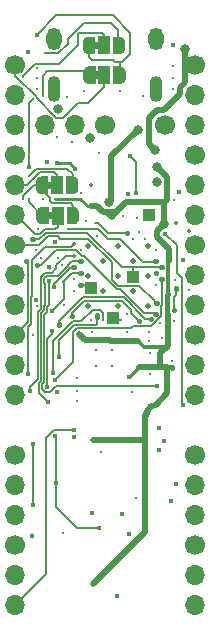
<source format=gbr>
%TF.GenerationSoftware,KiCad,Pcbnew,(5.1.6-0-10_14)*%
%TF.CreationDate,2022-02-18T21:20:26-06:00*%
%TF.ProjectId,Bonsai_C4,426f6e73-6169-45f4-9334-2e6b69636164,rev?*%
%TF.SameCoordinates,Original*%
%TF.FileFunction,Copper,L4,Bot*%
%TF.FilePolarity,Positive*%
%FSLAX46Y46*%
G04 Gerber Fmt 4.6, Leading zero omitted, Abs format (unit mm)*
G04 Created by KiCad (PCBNEW (5.1.6-0-10_14)) date 2022-02-18 21:20:26*
%MOMM*%
%LPD*%
G01*
G04 APERTURE LIST*
%TA.AperFunction,EtchedComponent*%
%ADD10C,0.100000*%
%TD*%
%TA.AperFunction,ComponentPad*%
%ADD11C,1.700000*%
%TD*%
%TA.AperFunction,ComponentPad*%
%ADD12O,1.700000X1.700000*%
%TD*%
%TA.AperFunction,SMDPad,CuDef*%
%ADD13C,0.100000*%
%TD*%
%TA.AperFunction,SMDPad,CuDef*%
%ADD14R,1.000000X1.500000*%
%TD*%
%TA.AperFunction,SMDPad,CuDef*%
%ADD15R,1.000000X1.000000*%
%TD*%
%TA.AperFunction,ComponentPad*%
%ADD16O,1.100000X2.200000*%
%TD*%
%TA.AperFunction,ComponentPad*%
%ADD17O,1.300000X1.900000*%
%TD*%
%TA.AperFunction,ViaPad*%
%ADD18C,0.500000*%
%TD*%
%TA.AperFunction,ViaPad*%
%ADD19C,0.250000*%
%TD*%
%TA.AperFunction,ViaPad*%
%ADD20C,0.800000*%
%TD*%
%TA.AperFunction,ViaPad*%
%ADD21C,0.450000*%
%TD*%
%TA.AperFunction,ViaPad*%
%ADD22C,0.350000*%
%TD*%
%TA.AperFunction,Conductor*%
%ADD23C,0.500000*%
%TD*%
%TA.AperFunction,Conductor*%
%ADD24C,0.250000*%
%TD*%
%TA.AperFunction,Conductor*%
%ADD25C,0.380000*%
%TD*%
%TA.AperFunction,Conductor*%
%ADD26C,0.450000*%
%TD*%
%TA.AperFunction,Conductor*%
%ADD27C,0.190000*%
%TD*%
%TA.AperFunction,Conductor*%
%ADD28C,0.127000*%
%TD*%
%TA.AperFunction,Conductor*%
%ADD29C,0.350000*%
%TD*%
G04 APERTURE END LIST*
D10*
%TO.C,JP4*%
G36*
X102710000Y-113050000D02*
G01*
X103210000Y-113050000D01*
X103210000Y-112450000D01*
X102710000Y-112450000D01*
X102710000Y-113050000D01*
G37*
%TO.C,JP3*%
G36*
X102670000Y-110480000D02*
G01*
X103170000Y-110480000D01*
X103170000Y-109880000D01*
X102670000Y-109880000D01*
X102670000Y-110480000D01*
G37*
%TO.C,JP1*%
G36*
X106629000Y-98643000D02*
G01*
X107129000Y-98643000D01*
X107129000Y-98043000D01*
X106629000Y-98043000D01*
X106629000Y-98643000D01*
G37*
%TO.C,JP2*%
G36*
X106673000Y-101153000D02*
G01*
X107173000Y-101153000D01*
X107173000Y-100553000D01*
X106673000Y-100553000D01*
X106673000Y-101153000D01*
G37*
%TD*%
D11*
%TO.P,J4,1*%
%TO.N,/PD3*%
X100000000Y-100000000D03*
D12*
%TO.P,J4,2*%
%TO.N,/PD2*%
X100000000Y-102540000D03*
%TO.P,J4,3*%
%TO.N,GND*%
X100000000Y-105080000D03*
%TO.P,J4,6*%
%TO.N,/PD0*%
X100000000Y-112700000D03*
%TO.P,J4,5*%
%TO.N,/PD1*%
X100000000Y-110160000D03*
D11*
%TO.P,J4,4*%
%TO.N,GND*%
X100000000Y-107620000D03*
%TO.P,J4,10*%
%TO.N,/B10*%
X100000000Y-122860000D03*
D12*
%TO.P,J4,8*%
%TO.N,/B8*%
X100000000Y-117780000D03*
D11*
%TO.P,J4,7*%
%TO.N,/A4*%
X100000000Y-115240000D03*
D12*
%TO.P,J4,11*%
%TO.N,/A8*%
X100000000Y-125400000D03*
%TO.P,J4,12*%
%TO.N,/B0*%
X100000000Y-127940000D03*
%TO.P,J4,9*%
%TO.N,/A3*%
X100000000Y-120320000D03*
%TD*%
D11*
%TO.P,J5,1*%
%TO.N,+5V*%
X115240000Y-100000000D03*
D12*
%TO.P,J5,2*%
%TO.N,GND*%
X115240000Y-102540000D03*
%TO.P,J5,3*%
%TO.N,/DFU*%
X115240000Y-105080000D03*
%TO.P,J5,6*%
%TO.N,/A6*%
X115240000Y-112700000D03*
%TO.P,J5,5*%
%TO.N,/A7*%
X115240000Y-110160000D03*
D11*
%TO.P,J5,4*%
%TO.N,+3V3*%
X115240000Y-107620000D03*
%TO.P,J5,10*%
%TO.N,/B14*%
X115240000Y-122860000D03*
D12*
%TO.P,J5,8*%
%TO.N,/A1*%
X115240000Y-117780000D03*
D11*
%TO.P,J5,7*%
%TO.N,/A5*%
X115240000Y-115240000D03*
D12*
%TO.P,J5,11*%
%TO.N,/B15*%
X115240000Y-125400000D03*
%TO.P,J5,12*%
%TO.N,/B1*%
X115240000Y-127940000D03*
%TO.P,J5,9*%
%TO.N,/B13*%
X115240000Y-120320000D03*
%TD*%
%TO.P,J1,3*%
%TO.N,/D+*%
X102540000Y-105080000D03*
%TO.P,J1,2*%
%TO.N,/D-*%
X105080000Y-105080000D03*
D11*
%TO.P,J1,1*%
%TO.N,VBUS*%
X107620000Y-105080000D03*
%TD*%
%TO.P,J2,1*%
%TO.N,/A10_5V*%
X112680000Y-105120000D03*
%TD*%
%TO.P,J7,1*%
%TO.N,/A0_FRAM_CS*%
X100000000Y-133020000D03*
D12*
%TO.P,J7,2*%
%TO.N,/B3_SCK*%
X100000000Y-135560000D03*
%TO.P,J7,3*%
%TO.N,/B4_MISO*%
X100000000Y-138100000D03*
%TO.P,J7,6*%
%TO.N,/C13*%
X100000000Y-145720000D03*
%TO.P,J7,5*%
%TO.N,/B12_FLASH_CS*%
X100000000Y-143180000D03*
D11*
%TO.P,J7,4*%
%TO.N,/B5_MOSI*%
X100000000Y-140640000D03*
%TD*%
%TO.P,J6,1*%
%TO.N,/C14*%
X115240000Y-133020000D03*
D12*
%TO.P,J6,2*%
%TO.N,/C15*%
X115240000Y-135560000D03*
%TO.P,J6,3*%
%TO.N,/A2*%
X115240000Y-138100000D03*
%TO.P,J6,6*%
%TO.N,/NRST*%
X115240000Y-145720000D03*
%TO.P,J6,5*%
%TO.N,/A13*%
X115240000Y-143180000D03*
D11*
%TO.P,J6,4*%
%TO.N,/A14*%
X115240000Y-140640000D03*
%TD*%
%TA.AperFunction,SMDPad,CuDef*%
D13*
%TO.P,JP4,1*%
%TO.N,/B6*%
G36*
X102860000Y-113500000D02*
G01*
X102310000Y-113500000D01*
X102310000Y-113499398D01*
X102285466Y-113499398D01*
X102236635Y-113494588D01*
X102188510Y-113485016D01*
X102141555Y-113470772D01*
X102096222Y-113451995D01*
X102052949Y-113428864D01*
X102012150Y-113401604D01*
X101974221Y-113370476D01*
X101939524Y-113335779D01*
X101908396Y-113297850D01*
X101881136Y-113257051D01*
X101858005Y-113213778D01*
X101839228Y-113168445D01*
X101824984Y-113121490D01*
X101815412Y-113073365D01*
X101810602Y-113024534D01*
X101810602Y-113000000D01*
X101810000Y-113000000D01*
X101810000Y-112500000D01*
X101810602Y-112500000D01*
X101810602Y-112475466D01*
X101815412Y-112426635D01*
X101824984Y-112378510D01*
X101839228Y-112331555D01*
X101858005Y-112286222D01*
X101881136Y-112242949D01*
X101908396Y-112202150D01*
X101939524Y-112164221D01*
X101974221Y-112129524D01*
X102012150Y-112098396D01*
X102052949Y-112071136D01*
X102096222Y-112048005D01*
X102141555Y-112029228D01*
X102188510Y-112014984D01*
X102236635Y-112005412D01*
X102285466Y-112000602D01*
X102310000Y-112000602D01*
X102310000Y-112000000D01*
X102860000Y-112000000D01*
X102860000Y-113500000D01*
G37*
%TD.AperFunction*%
D14*
%TO.P,JP4,2*%
%TO.N,/PD0*%
X103610000Y-112750000D03*
%TA.AperFunction,SMDPad,CuDef*%
D13*
%TO.P,JP4,3*%
%TO.N,/B9*%
G36*
X104910000Y-112000602D02*
G01*
X104934534Y-112000602D01*
X104983365Y-112005412D01*
X105031490Y-112014984D01*
X105078445Y-112029228D01*
X105123778Y-112048005D01*
X105167051Y-112071136D01*
X105207850Y-112098396D01*
X105245779Y-112129524D01*
X105280476Y-112164221D01*
X105311604Y-112202150D01*
X105338864Y-112242949D01*
X105361995Y-112286222D01*
X105380772Y-112331555D01*
X105395016Y-112378510D01*
X105404588Y-112426635D01*
X105409398Y-112475466D01*
X105409398Y-112500000D01*
X105410000Y-112500000D01*
X105410000Y-113000000D01*
X105409398Y-113000000D01*
X105409398Y-113024534D01*
X105404588Y-113073365D01*
X105395016Y-113121490D01*
X105380772Y-113168445D01*
X105361995Y-113213778D01*
X105338864Y-113257051D01*
X105311604Y-113297850D01*
X105280476Y-113335779D01*
X105245779Y-113370476D01*
X105207850Y-113401604D01*
X105167051Y-113428864D01*
X105123778Y-113451995D01*
X105078445Y-113470772D01*
X105031490Y-113485016D01*
X104983365Y-113494588D01*
X104934534Y-113499398D01*
X104910000Y-113499398D01*
X104910000Y-113500000D01*
X104360000Y-113500000D01*
X104360000Y-112000000D01*
X104910000Y-112000000D01*
X104910000Y-112000602D01*
G37*
%TD.AperFunction*%
%TD*%
%TA.AperFunction,SMDPad,CuDef*%
%TO.P,JP3,1*%
%TO.N,/B9*%
G36*
X102820000Y-110930000D02*
G01*
X102270000Y-110930000D01*
X102270000Y-110929398D01*
X102245466Y-110929398D01*
X102196635Y-110924588D01*
X102148510Y-110915016D01*
X102101555Y-110900772D01*
X102056222Y-110881995D01*
X102012949Y-110858864D01*
X101972150Y-110831604D01*
X101934221Y-110800476D01*
X101899524Y-110765779D01*
X101868396Y-110727850D01*
X101841136Y-110687051D01*
X101818005Y-110643778D01*
X101799228Y-110598445D01*
X101784984Y-110551490D01*
X101775412Y-110503365D01*
X101770602Y-110454534D01*
X101770602Y-110430000D01*
X101770000Y-110430000D01*
X101770000Y-109930000D01*
X101770602Y-109930000D01*
X101770602Y-109905466D01*
X101775412Y-109856635D01*
X101784984Y-109808510D01*
X101799228Y-109761555D01*
X101818005Y-109716222D01*
X101841136Y-109672949D01*
X101868396Y-109632150D01*
X101899524Y-109594221D01*
X101934221Y-109559524D01*
X101972150Y-109528396D01*
X102012949Y-109501136D01*
X102056222Y-109478005D01*
X102101555Y-109459228D01*
X102148510Y-109444984D01*
X102196635Y-109435412D01*
X102245466Y-109430602D01*
X102270000Y-109430602D01*
X102270000Y-109430000D01*
X102820000Y-109430000D01*
X102820000Y-110930000D01*
G37*
%TD.AperFunction*%
D14*
%TO.P,JP3,2*%
%TO.N,/PD1*%
X103570000Y-110180000D03*
%TA.AperFunction,SMDPad,CuDef*%
D13*
%TO.P,JP3,3*%
%TO.N,/B6*%
G36*
X104870000Y-109430602D02*
G01*
X104894534Y-109430602D01*
X104943365Y-109435412D01*
X104991490Y-109444984D01*
X105038445Y-109459228D01*
X105083778Y-109478005D01*
X105127051Y-109501136D01*
X105167850Y-109528396D01*
X105205779Y-109559524D01*
X105240476Y-109594221D01*
X105271604Y-109632150D01*
X105298864Y-109672949D01*
X105321995Y-109716222D01*
X105340772Y-109761555D01*
X105355016Y-109808510D01*
X105364588Y-109856635D01*
X105369398Y-109905466D01*
X105369398Y-109930000D01*
X105370000Y-109930000D01*
X105370000Y-110430000D01*
X105369398Y-110430000D01*
X105369398Y-110454534D01*
X105364588Y-110503365D01*
X105355016Y-110551490D01*
X105340772Y-110598445D01*
X105321995Y-110643778D01*
X105298864Y-110687051D01*
X105271604Y-110727850D01*
X105240476Y-110765779D01*
X105205779Y-110800476D01*
X105167850Y-110831604D01*
X105127051Y-110858864D01*
X105083778Y-110881995D01*
X105038445Y-110900772D01*
X104991490Y-110915016D01*
X104943365Y-110924588D01*
X104894534Y-110929398D01*
X104870000Y-110929398D01*
X104870000Y-110930000D01*
X104320000Y-110930000D01*
X104320000Y-109430000D01*
X104870000Y-109430000D01*
X104870000Y-109430602D01*
G37*
%TD.AperFunction*%
%TD*%
D15*
%TO.P,J8,1*%
%TO.N,/VBUS_DET*%
X111308000Y-112704000D03*
%TD*%
D16*
%TO.P,J3,S*%
%TO.N,Net-(FB1-Pad1)*%
X103320000Y-102000000D03*
D17*
X103320000Y-97800000D03*
X111920000Y-97800000D03*
D16*
X111920000Y-102000000D03*
%TD*%
%TA.AperFunction,SMDPad,CuDef*%
D13*
%TO.P,JP1,1*%
%TO.N,/A15*%
G36*
X106779000Y-99093000D02*
G01*
X106229000Y-99093000D01*
X106229000Y-99092398D01*
X106204466Y-99092398D01*
X106155635Y-99087588D01*
X106107510Y-99078016D01*
X106060555Y-99063772D01*
X106015222Y-99044995D01*
X105971949Y-99021864D01*
X105931150Y-98994604D01*
X105893221Y-98963476D01*
X105858524Y-98928779D01*
X105827396Y-98890850D01*
X105800136Y-98850051D01*
X105777005Y-98806778D01*
X105758228Y-98761445D01*
X105743984Y-98714490D01*
X105734412Y-98666365D01*
X105729602Y-98617534D01*
X105729602Y-98593000D01*
X105729000Y-98593000D01*
X105729000Y-98093000D01*
X105729602Y-98093000D01*
X105729602Y-98068466D01*
X105734412Y-98019635D01*
X105743984Y-97971510D01*
X105758228Y-97924555D01*
X105777005Y-97879222D01*
X105800136Y-97835949D01*
X105827396Y-97795150D01*
X105858524Y-97757221D01*
X105893221Y-97722524D01*
X105931150Y-97691396D01*
X105971949Y-97664136D01*
X106015222Y-97641005D01*
X106060555Y-97622228D01*
X106107510Y-97607984D01*
X106155635Y-97598412D01*
X106204466Y-97593602D01*
X106229000Y-97593602D01*
X106229000Y-97593000D01*
X106779000Y-97593000D01*
X106779000Y-99093000D01*
G37*
%TD.AperFunction*%
D14*
%TO.P,JP1,2*%
%TO.N,/PD2*%
X107529000Y-98343000D03*
%TA.AperFunction,SMDPad,CuDef*%
D13*
%TO.P,JP1,3*%
%TO.N,/B7*%
G36*
X108829000Y-97593602D02*
G01*
X108853534Y-97593602D01*
X108902365Y-97598412D01*
X108950490Y-97607984D01*
X108997445Y-97622228D01*
X109042778Y-97641005D01*
X109086051Y-97664136D01*
X109126850Y-97691396D01*
X109164779Y-97722524D01*
X109199476Y-97757221D01*
X109230604Y-97795150D01*
X109257864Y-97835949D01*
X109280995Y-97879222D01*
X109299772Y-97924555D01*
X109314016Y-97971510D01*
X109323588Y-98019635D01*
X109328398Y-98068466D01*
X109328398Y-98093000D01*
X109329000Y-98093000D01*
X109329000Y-98593000D01*
X109328398Y-98593000D01*
X109328398Y-98617534D01*
X109323588Y-98666365D01*
X109314016Y-98714490D01*
X109299772Y-98761445D01*
X109280995Y-98806778D01*
X109257864Y-98850051D01*
X109230604Y-98890850D01*
X109199476Y-98928779D01*
X109164779Y-98963476D01*
X109126850Y-98994604D01*
X109086051Y-99021864D01*
X109042778Y-99044995D01*
X108997445Y-99063772D01*
X108950490Y-99078016D01*
X108902365Y-99087588D01*
X108853534Y-99092398D01*
X108829000Y-99092398D01*
X108829000Y-99093000D01*
X108279000Y-99093000D01*
X108279000Y-97593000D01*
X108829000Y-97593000D01*
X108829000Y-97593602D01*
G37*
%TD.AperFunction*%
%TD*%
%TA.AperFunction,SMDPad,CuDef*%
%TO.P,JP2,1*%
%TO.N,/B7*%
G36*
X106823000Y-101603000D02*
G01*
X106273000Y-101603000D01*
X106273000Y-101602398D01*
X106248466Y-101602398D01*
X106199635Y-101597588D01*
X106151510Y-101588016D01*
X106104555Y-101573772D01*
X106059222Y-101554995D01*
X106015949Y-101531864D01*
X105975150Y-101504604D01*
X105937221Y-101473476D01*
X105902524Y-101438779D01*
X105871396Y-101400850D01*
X105844136Y-101360051D01*
X105821005Y-101316778D01*
X105802228Y-101271445D01*
X105787984Y-101224490D01*
X105778412Y-101176365D01*
X105773602Y-101127534D01*
X105773602Y-101103000D01*
X105773000Y-101103000D01*
X105773000Y-100603000D01*
X105773602Y-100603000D01*
X105773602Y-100578466D01*
X105778412Y-100529635D01*
X105787984Y-100481510D01*
X105802228Y-100434555D01*
X105821005Y-100389222D01*
X105844136Y-100345949D01*
X105871396Y-100305150D01*
X105902524Y-100267221D01*
X105937221Y-100232524D01*
X105975150Y-100201396D01*
X106015949Y-100174136D01*
X106059222Y-100151005D01*
X106104555Y-100132228D01*
X106151510Y-100117984D01*
X106199635Y-100108412D01*
X106248466Y-100103602D01*
X106273000Y-100103602D01*
X106273000Y-100103000D01*
X106823000Y-100103000D01*
X106823000Y-101603000D01*
G37*
%TD.AperFunction*%
D14*
%TO.P,JP2,2*%
%TO.N,/PD3*%
X107573000Y-100853000D03*
%TA.AperFunction,SMDPad,CuDef*%
D13*
%TO.P,JP2,3*%
%TO.N,/A15*%
G36*
X108873000Y-100103602D02*
G01*
X108897534Y-100103602D01*
X108946365Y-100108412D01*
X108994490Y-100117984D01*
X109041445Y-100132228D01*
X109086778Y-100151005D01*
X109130051Y-100174136D01*
X109170850Y-100201396D01*
X109208779Y-100232524D01*
X109243476Y-100267221D01*
X109274604Y-100305150D01*
X109301864Y-100345949D01*
X109324995Y-100389222D01*
X109343772Y-100434555D01*
X109358016Y-100481510D01*
X109367588Y-100529635D01*
X109372398Y-100578466D01*
X109372398Y-100603000D01*
X109373000Y-100603000D01*
X109373000Y-101103000D01*
X109372398Y-101103000D01*
X109372398Y-101127534D01*
X109367588Y-101176365D01*
X109358016Y-101224490D01*
X109343772Y-101271445D01*
X109324995Y-101316778D01*
X109301864Y-101360051D01*
X109274604Y-101400850D01*
X109243476Y-101438779D01*
X109208779Y-101473476D01*
X109170850Y-101504604D01*
X109130051Y-101531864D01*
X109086778Y-101554995D01*
X109041445Y-101573772D01*
X108994490Y-101588016D01*
X108946365Y-101597588D01*
X108897534Y-101602398D01*
X108873000Y-101602398D01*
X108873000Y-101603000D01*
X108323000Y-101603000D01*
X108323000Y-100103000D01*
X108873000Y-100103000D01*
X108873000Y-100103602D01*
G37*
%TD.AperFunction*%
%TD*%
D18*
%TO.N,GND*%
%TO.C,U3*%
X106172000Y-120440000D03*
X106172000Y-117890000D03*
X106172000Y-115340000D03*
X107447000Y-119165000D03*
X107447000Y-116615000D03*
X108722000Y-120440000D03*
X108722000Y-117890000D03*
X108722000Y-115340000D03*
X109997000Y-119165000D03*
X109997000Y-116615000D03*
X111272000Y-120440000D03*
X111272000Y-117890000D03*
X111272000Y-115340000D03*
%TD*%
D15*
%TO.P,J15,1*%
%TO.N,/BOOT0*%
X106410000Y-118922000D03*
%TD*%
%TO.P,J16,1*%
%TO.N,/NRST*%
X108281000Y-121436000D03*
%TD*%
%TO.P,J14,1*%
%TO.N,/B2*%
X109995000Y-117938000D03*
%TD*%
D19*
%TO.N,GND*%
X113463000Y-111466000D03*
X101821000Y-102049000D03*
X113358000Y-100082000D03*
D20*
X106364000Y-106197000D03*
D21*
X108654000Y-144953000D03*
D19*
X109438000Y-122625000D03*
X111341000Y-122625000D03*
X109468000Y-121056000D03*
X105992000Y-113227000D03*
X105619000Y-110824000D03*
D21*
X106483000Y-137914000D03*
X109675000Y-139714000D03*
D19*
X107277000Y-132790000D03*
D21*
X102681784Y-108250856D03*
X113878955Y-110795454D03*
X114199761Y-116483619D03*
D19*
X111432000Y-124390000D03*
X101959000Y-113925000D03*
X113356000Y-102029000D03*
X111973168Y-115634990D03*
X103994000Y-116978000D03*
X112426990Y-123150000D03*
D21*
X103394958Y-114962490D03*
D19*
X106496761Y-122615239D03*
X106825000Y-124136000D03*
X108213000Y-124113000D03*
X106858000Y-125479000D03*
X108213000Y-125524000D03*
X105275000Y-126524000D03*
X105239000Y-128442000D03*
X109875000Y-127707000D03*
X111435000Y-126192000D03*
X104809000Y-106488000D03*
X103545000Y-106066000D03*
X107109000Y-107421000D03*
X110870000Y-102605000D03*
X104370000Y-102688000D03*
X105255000Y-127593000D03*
D20*
X103665309Y-103763691D03*
D19*
X102383010Y-111367990D03*
X101833019Y-100268916D03*
X104116202Y-120346202D03*
D21*
X101777172Y-119875929D03*
D20*
X112051988Y-109880000D03*
%TO.N,+5V*%
X114373000Y-98687000D03*
X111870000Y-107200000D03*
D19*
%TO.N,+3V3*%
X113317000Y-125676000D03*
D21*
X110400000Y-123368000D03*
X109663000Y-126436002D03*
X106593000Y-131745000D03*
X106602000Y-143945000D03*
D19*
X108241000Y-112829000D03*
D20*
X112636133Y-113460933D03*
D21*
X105398000Y-122757000D03*
D19*
X103353000Y-111368000D03*
D20*
X112058119Y-108629149D03*
%TO.N,Net-(D1-Pad2)*%
X110430000Y-105467000D03*
X107981753Y-111607985D03*
D21*
%TO.N,VBUS*%
X109730000Y-107692000D03*
X110226356Y-110817020D03*
D19*
%TO.N,/A3*%
X112260066Y-121871066D03*
%TO.N,Net-(J3-PadA5)*%
X113352000Y-101090000D03*
X108870000Y-102225000D03*
%TO.N,Net-(J3-PadB5)*%
X105870000Y-102225000D03*
X101821000Y-101079000D03*
%TO.N,/NRST*%
X108972000Y-121585000D03*
X111323000Y-123332000D03*
D21*
X112202000Y-130748000D03*
X112186000Y-132581490D03*
D19*
%TO.N,/BOOT0*%
X105589000Y-118638000D03*
X103626000Y-116315000D03*
%TO.N,/B0*%
X112402000Y-118140000D03*
D21*
X103415880Y-126638750D03*
D19*
%TO.N,/B1*%
X111899000Y-117640000D03*
%TO.N,/B2*%
X112405000Y-117141000D03*
X113443637Y-120733363D03*
X113611000Y-118916000D03*
X102160000Y-116314000D03*
X101521058Y-114763337D03*
%TO.N,/B7*%
X104989000Y-118140000D03*
X101480000Y-102910000D03*
X102350000Y-102670000D03*
X102520000Y-98990000D03*
D21*
X101140000Y-108670000D03*
D19*
%TO.N,/B6*%
X105574000Y-117640000D03*
X101160000Y-109410000D03*
X101182548Y-111366179D03*
X104090000Y-118400000D03*
D21*
X103155450Y-120790457D03*
D19*
%TO.N,/A10*%
X109158000Y-112750000D03*
D22*
X106434000Y-110176000D03*
D19*
%TO.N,/B13*%
X110971000Y-114706000D03*
%TO.N,/B9*%
X100680000Y-111390000D03*
%TO.N,/B15*%
X109971000Y-114705000D03*
%TO.N,/B8*%
X104992000Y-119139000D03*
%TO.N,/B14*%
X110471000Y-114180000D03*
%TO.N,/A2*%
X111471000Y-121507000D03*
D21*
X113617000Y-135508000D03*
D19*
X103703490Y-121983000D03*
%TO.N,/DFU*%
X113272000Y-125040000D03*
D22*
X114756000Y-114041000D03*
X113623451Y-113358549D03*
D19*
X114710243Y-119068635D03*
%TO.N,/A14*%
X105006000Y-115140000D03*
D21*
X101061567Y-126156653D03*
X113219000Y-136957000D03*
D19*
%TO.N,/A13*%
X106972000Y-114452500D03*
D21*
X112576008Y-131812000D03*
D19*
%TO.N,/B10*%
X111908000Y-116640000D03*
X100956000Y-116573000D03*
X104480000Y-113880000D03*
%TO.N,/A15*%
X105593262Y-115638824D03*
D21*
X101822000Y-97440000D03*
D19*
%TO.N,/C13*%
X106472000Y-121621000D03*
D21*
X104990510Y-130885000D03*
D19*
%TO.N,/C14*%
X106971000Y-121135510D03*
D21*
X103707490Y-124758000D03*
X104990510Y-131539929D03*
D19*
%TO.N,/C15*%
X107471000Y-121595000D03*
D21*
X103237511Y-126065876D03*
%TO.N,Net-(C12-Pad1)*%
X113359000Y-98304000D03*
X112025002Y-127168000D03*
X101081133Y-98877986D03*
X102841490Y-117148510D03*
X102911515Y-118302532D03*
D19*
%TO.N,/VBUS_DET*%
X111507000Y-112408000D03*
%TO.N,Net-(D3-Pad-)*%
X101504969Y-122852294D03*
X101798069Y-115659441D03*
D21*
%TO.N,Net-(D5-Pad1)*%
X103522000Y-108291000D03*
X105107000Y-108774000D03*
D19*
X110330000Y-112930000D03*
D21*
%TO.N,/A10_5V*%
X109565743Y-110891954D03*
D19*
%TO.N,/A8*%
X109471000Y-114209000D03*
X101820000Y-120390000D03*
%TO.N,/A4*%
X111969000Y-120139000D03*
%TO.N,/A6*%
X113506000Y-118201000D03*
%TO.N,/A7*%
X111914000Y-118641000D03*
%TO.N,/A0_FRAM_CS*%
X110474000Y-121639000D03*
X104841000Y-121266000D03*
D21*
X103589379Y-127666977D03*
D19*
%TO.N,/B3_SCK*%
X104996807Y-116149244D03*
D21*
X101254000Y-127582000D03*
D19*
X110245000Y-136635000D03*
D21*
X101442000Y-139874000D03*
%TO.N,/B4_MISO*%
X103463000Y-135365000D03*
D19*
X105565000Y-116640000D03*
D21*
X102811000Y-128555000D03*
X103398490Y-131414808D03*
X107067000Y-139194000D03*
%TO.N,/B12_FLASH_CS*%
X114208000Y-128781000D03*
X112692000Y-114284000D03*
D19*
%TO.N,/B5_MOSI*%
X104994000Y-117140000D03*
D21*
X109040500Y-137995500D03*
X103103000Y-122524000D03*
X102738000Y-127254000D03*
X101509000Y-132132000D03*
D19*
X104025000Y-139668000D03*
D21*
X103320000Y-118780000D03*
X101490000Y-137290000D03*
D19*
%TO.N,Net-(Q2-Pad6)*%
X113482000Y-121666000D03*
X101838000Y-116959000D03*
X111928000Y-121096000D03*
%TO.N,/PD2*%
X100650000Y-101060002D03*
%TD*%
D23*
%TO.N,+5V*%
X112603001Y-103819999D02*
X112055999Y-103819999D01*
X113939999Y-102483001D02*
X112603001Y-103819999D01*
X111379999Y-106709999D02*
X111870000Y-107200000D01*
X111379999Y-104495999D02*
X111379999Y-106709999D01*
X113939999Y-101915999D02*
X113939999Y-102483001D01*
X112055999Y-103819999D02*
X111379999Y-104495999D01*
X114373000Y-101482998D02*
X113939999Y-101915999D01*
X114373000Y-98687000D02*
X114373000Y-101482998D01*
%TO.N,+3V3*%
X110942000Y-131745000D02*
X106593000Y-131745000D01*
X111041000Y-131844000D02*
X110942000Y-131745000D01*
X111041000Y-139506000D02*
X106602000Y-143945000D01*
X111041000Y-131844000D02*
X111041000Y-139506000D01*
D24*
X109663000Y-126436002D02*
X110488632Y-125610370D01*
D23*
X111591685Y-128887653D02*
X111610401Y-128850921D01*
X111206613Y-129338760D02*
X111202774Y-129314522D01*
X111465198Y-128955718D02*
X111591685Y-128887653D01*
X111146898Y-129484660D02*
X111177011Y-129422130D01*
X111395297Y-129041490D02*
X111400219Y-129017453D01*
X111243565Y-129258380D02*
X111241914Y-129233905D01*
X111907659Y-128754337D02*
X112879349Y-127782651D01*
X111400219Y-129017453D02*
X111458140Y-128979219D01*
X111177011Y-129422130D02*
X111171016Y-129398338D01*
X111148129Y-129488177D02*
X111146898Y-129484660D01*
X111610401Y-128850921D02*
X111907659Y-128754337D01*
X111171016Y-129398338D02*
X111206613Y-129338760D01*
X111041000Y-129621000D02*
X111145493Y-129516507D01*
X111458140Y-128979219D02*
X111465198Y-128955718D01*
X111338289Y-129109143D02*
X111341037Y-129084761D01*
X111041000Y-131844000D02*
X111041000Y-129621000D01*
X111145493Y-129490812D02*
X111148129Y-129488177D01*
X111288129Y-129157101D02*
X111338289Y-129109143D01*
X111145493Y-129516507D02*
X111145493Y-129490812D01*
X111202774Y-129314522D02*
X111243565Y-129258380D01*
X111341037Y-129084761D02*
X111395297Y-129041490D01*
X111241914Y-129233905D02*
X111287578Y-129181637D01*
X112879349Y-127782651D02*
X112879349Y-125610370D01*
X111287578Y-129181637D02*
X111288129Y-129157101D01*
X111241914Y-129233905D02*
X111241914Y-129233905D01*
X112882000Y-125607719D02*
X112879349Y-125610370D01*
D24*
X110488632Y-125610370D02*
X110669370Y-125610370D01*
D23*
X112879349Y-125610370D02*
X110488632Y-125610370D01*
X110375000Y-123393000D02*
X110400000Y-123368000D01*
X108021999Y-123393000D02*
X110375000Y-123393000D01*
X112636133Y-111641133D02*
X112636133Y-113460933D01*
X112299370Y-125610370D02*
X112299370Y-124394630D01*
D24*
X110669370Y-125610370D02*
X112299370Y-125610370D01*
X112299370Y-125610370D02*
X112879349Y-125610370D01*
D23*
X112299370Y-124394630D02*
X112826500Y-123867500D01*
D25*
X110899500Y-123867500D02*
X110400000Y-123368000D01*
X112826500Y-123867500D02*
X110899500Y-123867500D01*
D23*
X106935000Y-111974000D02*
X106403000Y-111974000D01*
X107239000Y-112278000D02*
X106935000Y-111974000D01*
X112636133Y-113460933D02*
X112579067Y-113460933D01*
X112579067Y-113460933D02*
X112012000Y-114028000D01*
X112012000Y-114028000D02*
X112012000Y-114539000D01*
X113065000Y-115592000D02*
X113065000Y-116589000D01*
X112012000Y-114539000D02*
X113065000Y-115592000D01*
X108584000Y-112460000D02*
X109402867Y-111641133D01*
X109402867Y-111641133D02*
X112636133Y-111641133D01*
X108182000Y-112888000D02*
X108241000Y-112829000D01*
X107754000Y-112460000D02*
X108182000Y-112888000D01*
X108584000Y-112486000D02*
X108182000Y-112888000D01*
X108584000Y-112460000D02*
X108584000Y-112486000D01*
D25*
X112983999Y-119379999D02*
X112983999Y-116670001D01*
X112983999Y-116670001D02*
X113065000Y-116589000D01*
D23*
X112951991Y-123742009D02*
X112951991Y-121125615D01*
X112826500Y-123867500D02*
X112951991Y-123742009D01*
D26*
X112983999Y-119379999D02*
X112877020Y-119486978D01*
X112877020Y-119486978D02*
X112877020Y-120510128D01*
X112877020Y-120510128D02*
X112843628Y-120543520D01*
X112843628Y-121017252D02*
X112951991Y-121125615D01*
X112843628Y-120543520D02*
X112843628Y-121017252D01*
X113251370Y-125610370D02*
X113317000Y-125676000D01*
X112879349Y-125610370D02*
X113251370Y-125610370D01*
D23*
X105916000Y-123275000D02*
X105398000Y-122757000D01*
X108039000Y-123275000D02*
X105916000Y-123275000D01*
X107430000Y-112460000D02*
X108584000Y-112460000D01*
X107120000Y-112150000D02*
X107430000Y-112460000D01*
D24*
X103361000Y-111360000D02*
X103353000Y-111368000D01*
X105530000Y-111360000D02*
X103361000Y-111360000D01*
X106144000Y-111974000D02*
X105530000Y-111360000D01*
X106403000Y-111974000D02*
X106144000Y-111974000D01*
D23*
X112636133Y-111641133D02*
X112880001Y-111397265D01*
X112880001Y-111397265D02*
X112880001Y-109451031D01*
X112880001Y-109451031D02*
X112058119Y-108629149D01*
%TO.N,Net-(D1-Pad2)*%
X108153000Y-107744000D02*
X108153000Y-111436738D01*
X108153000Y-111436738D02*
X107981753Y-111607985D01*
X110430000Y-105467000D02*
X108153000Y-107744000D01*
D27*
%TO.N,VBUS*%
X110226356Y-108188356D02*
X110226356Y-110817020D01*
X109730000Y-107692000D02*
X110226356Y-108188356D01*
D28*
%TO.N,/NRST*%
X108430000Y-121585000D02*
X108281000Y-121436000D01*
X108972000Y-121585000D02*
X108430000Y-121585000D01*
D26*
%TO.N,/BOOT0*%
X105589000Y-118638000D02*
X105508000Y-118638000D01*
D28*
X106126000Y-118638000D02*
X106410000Y-118922000D01*
X105589000Y-118638000D02*
X106126000Y-118638000D01*
D26*
%TO.N,/B0*%
X112402000Y-118140000D02*
X112398000Y-118140000D01*
D28*
X110021490Y-122081510D02*
X109972510Y-122081510D01*
X112366510Y-120400490D02*
X112366510Y-121291490D01*
X112097583Y-121532563D02*
X111548636Y-122081510D01*
X111548636Y-122081510D02*
X110021490Y-122081510D01*
X112402000Y-118140000D02*
X112438510Y-118176510D01*
X112438510Y-118176510D02*
X112438510Y-120328490D01*
X112366510Y-121291490D02*
X112125437Y-121532563D01*
X112125437Y-121532563D02*
X112097583Y-121532563D01*
X112438510Y-120328490D02*
X112366510Y-120400490D01*
X110021490Y-122081510D02*
X109855990Y-122247010D01*
X109855990Y-122247010D02*
X107018742Y-122247010D01*
X107007219Y-122258533D02*
X105239467Y-122258533D01*
X107018742Y-122247010D02*
X107007219Y-122258533D01*
X104897033Y-125157597D02*
X103415880Y-126638750D01*
X105239467Y-122258533D02*
X104897033Y-122600967D01*
X104897033Y-122600967D02*
X104897033Y-125157597D01*
D26*
%TO.N,/B1*%
X111899000Y-117640000D02*
X111909000Y-117640000D01*
%TO.N,/B2*%
X113452885Y-120724115D02*
X113443637Y-120733363D01*
X113452885Y-120721885D02*
X113452885Y-120724115D01*
D28*
X113443637Y-120733363D02*
X113443637Y-119682363D01*
X113611000Y-119515000D02*
X113611000Y-118916000D01*
X113443637Y-119682363D02*
X113611000Y-119515000D01*
D26*
X113611000Y-118916000D02*
X113611000Y-118972000D01*
D28*
X109995000Y-117147000D02*
X110001000Y-117141000D01*
X109995000Y-117938000D02*
X109995000Y-117147000D01*
X112405000Y-117141000D02*
X110001000Y-117141000D01*
D26*
X112405000Y-117141000D02*
X112318000Y-117141000D01*
X101475000Y-114736000D02*
X101502337Y-114763337D01*
X101502337Y-114763337D02*
X101521058Y-114763337D01*
D28*
X102624742Y-114197010D02*
X102058415Y-114763337D01*
X109050734Y-117141000D02*
X106128236Y-114218502D01*
X104296026Y-114197010D02*
X102624742Y-114197010D01*
X104317518Y-114218502D02*
X104296026Y-114197010D01*
X110001000Y-117141000D02*
X109050734Y-117141000D01*
X106128236Y-114218502D02*
X104317518Y-114218502D01*
X102058415Y-114763337D02*
X101521058Y-114763337D01*
%TO.N,/B7*%
X106229000Y-100809000D02*
X106273000Y-100853000D01*
X102350000Y-100910000D02*
X102740000Y-100520000D01*
X105940000Y-100520000D02*
X106273000Y-100853000D01*
X102350000Y-102670000D02*
X102350000Y-100910000D01*
X104990000Y-100520000D02*
X105940000Y-100520000D01*
X102740000Y-100520000D02*
X104990000Y-100520000D01*
X108801000Y-98315000D02*
X108829000Y-98343000D01*
X106110000Y-100690000D02*
X106273000Y-100853000D01*
X108829000Y-98343000D02*
X108829000Y-98251000D01*
X108829000Y-98251000D02*
X108750000Y-98172000D01*
X108750000Y-98172000D02*
X108750000Y-97060000D01*
X108750000Y-97060000D02*
X108120000Y-96430000D01*
X108120000Y-96430000D02*
X105810000Y-96430000D01*
X105810000Y-96430000D02*
X104450000Y-97790000D01*
X104450000Y-97790000D02*
X104450000Y-98191187D01*
X104450000Y-98191187D02*
X103651187Y-98990000D01*
X103651187Y-98990000D02*
X102520000Y-98990000D01*
X101480000Y-102910000D02*
X101140000Y-103250000D01*
X101140000Y-103250000D02*
X101140000Y-108670000D01*
D26*
%TO.N,/B6*%
X105574000Y-117640000D02*
X105487000Y-117640000D01*
D28*
X102310000Y-112750000D02*
X101182548Y-111622548D01*
X101182548Y-111622548D02*
X101182548Y-111366179D01*
X105574000Y-117640000D02*
X104796000Y-117640000D01*
X104796000Y-117640000D02*
X104106000Y-118330000D01*
X104106000Y-118330000D02*
X104106000Y-118384000D01*
X104106000Y-118384000D02*
X104090000Y-118400000D01*
X104106000Y-119839907D02*
X103155450Y-120790457D01*
X104106000Y-118330000D02*
X104106000Y-119839907D01*
X101780000Y-108790000D02*
X101160000Y-109410000D01*
X104410000Y-108790000D02*
X101780000Y-108790000D01*
X104870000Y-109250000D02*
X104410000Y-108790000D01*
X104870000Y-110180000D02*
X104870000Y-109250000D01*
%TO.N,/B9*%
X104710000Y-111710000D02*
X104910000Y-111910000D01*
X104910000Y-111910000D02*
X104910000Y-112750000D01*
X102970000Y-111560000D02*
X103120000Y-111710000D01*
X102270000Y-110180000D02*
X102270000Y-110550000D01*
X103120000Y-111710000D02*
X104710000Y-111710000D01*
X102970000Y-111250000D02*
X102970000Y-111560000D01*
X102270000Y-110550000D02*
X102970000Y-111250000D01*
X100680000Y-111100000D02*
X101600000Y-110180000D01*
X101600000Y-110180000D02*
X102270000Y-110180000D01*
X100680000Y-111390000D02*
X100680000Y-111100000D01*
D26*
%TO.N,/A2*%
X111471000Y-121507000D02*
X111471000Y-121504000D01*
D28*
X111471000Y-121507000D02*
X111036000Y-121507000D01*
X111036000Y-121507000D02*
X109211990Y-119682990D01*
X109211990Y-119682990D02*
X105737010Y-119682990D01*
X105737010Y-119682990D02*
X103703490Y-121716510D01*
X103703490Y-121716510D02*
X103703490Y-121983000D01*
D26*
X103703490Y-121983000D02*
X103703490Y-121895510D01*
D29*
%TO.N,/A14*%
X105006000Y-115140000D02*
X105005000Y-115140000D01*
D28*
X101069976Y-126148244D02*
X101061567Y-126156653D01*
X101338671Y-120086410D02*
X101340512Y-120088251D01*
X101338671Y-119665448D02*
X101338671Y-120086410D01*
X102536000Y-115401000D02*
X101399490Y-116537510D01*
X104745000Y-115401000D02*
X102536000Y-115401000D01*
X105006000Y-115140000D02*
X104745000Y-115401000D01*
X101399490Y-116537510D02*
X101399490Y-119604629D01*
X101340512Y-120088251D02*
X101340512Y-121938945D01*
X101399490Y-119604629D02*
X101338671Y-119665448D01*
X101069976Y-122209481D02*
X101069976Y-126148244D01*
X101340512Y-121938945D02*
X101069976Y-122209481D01*
%TO.N,/B10*%
X110791991Y-116650009D02*
X111843325Y-116650009D01*
D26*
X111908000Y-116640000D02*
X111853334Y-116640000D01*
D28*
X107022502Y-113892502D02*
X107895000Y-114765000D01*
X110235982Y-116094000D02*
X110775982Y-116634000D01*
X107895000Y-114765000D02*
X108906982Y-114765000D01*
X108906982Y-114765000D02*
X110235982Y-116094000D01*
D26*
X100956000Y-116573000D02*
X100956000Y-116583000D01*
D28*
X107022502Y-113892502D02*
X104492502Y-113892502D01*
X104492502Y-113892502D02*
X104480000Y-113880000D01*
X101063501Y-120202992D02*
X101063501Y-121796499D01*
X101080999Y-119531368D02*
X101061660Y-119550707D01*
X101080999Y-116697999D02*
X101080999Y-119531368D01*
X100956000Y-116573000D02*
X101080999Y-116697999D01*
X101061660Y-119550707D02*
X101061661Y-120201152D01*
X101061661Y-120201152D02*
X101063501Y-120202992D01*
X101063501Y-121796499D02*
X100000000Y-122860000D01*
%TO.N,/A15*%
X108801000Y-100258000D02*
X108840000Y-100297000D01*
X108829000Y-100809000D02*
X108873000Y-100853000D01*
X108873000Y-100853000D02*
X108873000Y-99783000D01*
X106490000Y-99600000D02*
X106229000Y-99339000D01*
X108873000Y-99783000D02*
X108867498Y-99788502D01*
X108867498Y-99788502D02*
X108460000Y-99788502D01*
X106229000Y-99339000D02*
X106229000Y-98620010D01*
X108460000Y-99788502D02*
X108271498Y-99600000D01*
X108271498Y-99600000D02*
X106490000Y-99600000D01*
X108873000Y-99783000D02*
X109027000Y-99783000D01*
X109027000Y-99783000D02*
X109760000Y-99050000D01*
X109760000Y-97307000D02*
X108265000Y-95812000D01*
X109760000Y-99050000D02*
X109760000Y-97307000D01*
X108265000Y-95812000D02*
X103450000Y-95812000D01*
X103450000Y-95812000D02*
X101822000Y-97440000D01*
%TO.N,/C13*%
X100000000Y-145720000D02*
X102592000Y-143128000D01*
X102592000Y-143128000D02*
X102592000Y-131597314D01*
X103304314Y-130885000D02*
X104990510Y-130885000D01*
X102592000Y-131597314D02*
X103304314Y-130885000D01*
D26*
%TO.N,/C14*%
X106971000Y-121305000D02*
X106971000Y-121159510D01*
D28*
X106971000Y-121135510D02*
X106971000Y-121305000D01*
X103707490Y-123285014D02*
X103707490Y-124758000D01*
X105010982Y-121981522D02*
X103707490Y-123285014D01*
X106892478Y-121981522D02*
X105010982Y-121981522D01*
X106971000Y-121903000D02*
X106892478Y-121981522D01*
X106971000Y-121305000D02*
X106971000Y-121903000D01*
%TO.N,/C15*%
X103237511Y-123361489D02*
X103237511Y-126065876D01*
X106576982Y-120721000D02*
X105593471Y-121704511D01*
X107471000Y-120973000D02*
X107219000Y-120721000D01*
X104894489Y-121704511D02*
X103237511Y-123361489D01*
X105593471Y-121704511D02*
X104894489Y-121704511D01*
X107471000Y-121595000D02*
X107471000Y-120973000D01*
X107219000Y-120721000D02*
X106576982Y-120721000D01*
D24*
%TO.N,Net-(C12-Pad1)*%
X102854000Y-117221000D02*
X102854000Y-117161020D01*
X102854000Y-117161020D02*
X102841490Y-117148510D01*
D28*
X102527518Y-127692502D02*
X102299498Y-127464482D01*
X102460989Y-126866027D02*
X102460989Y-121153497D01*
X102299498Y-127027518D02*
X102460989Y-126866027D01*
X102299498Y-127464482D02*
X102299498Y-127027518D01*
X102716948Y-120897538D02*
X102716948Y-120472654D01*
X102881498Y-120308104D02*
X102881498Y-118332549D01*
X102940482Y-127692502D02*
X102527518Y-127692502D01*
X103464984Y-127168000D02*
X102940482Y-127692502D01*
X102460989Y-121153497D02*
X102716948Y-120897538D01*
X102716948Y-120472654D02*
X102881498Y-120308104D01*
X102881498Y-118332549D02*
X102911515Y-118302532D01*
X112025002Y-127168000D02*
X103464984Y-127168000D01*
D24*
%TO.N,Net-(D5-Pad1)*%
X104624000Y-108291000D02*
X105107000Y-108774000D01*
X103522000Y-108291000D02*
X104624000Y-108291000D01*
D28*
%TO.N,/A8*%
X109471000Y-114209000D02*
X107857000Y-114209000D01*
X107857000Y-114209000D02*
X107016000Y-113368000D01*
X107016000Y-113368000D02*
X106748000Y-113368000D01*
D26*
X109471000Y-114209000D02*
X109463000Y-114209000D01*
%TO.N,/A4*%
X112000000Y-120138000D02*
X111964269Y-120138000D01*
D28*
X100000000Y-115240000D02*
X102046248Y-115240000D01*
X102762259Y-114523989D02*
X103605439Y-114523989D01*
X103605439Y-114523989D02*
X103776461Y-114695011D01*
X106212993Y-114695011D02*
X108207491Y-116689509D01*
X108207491Y-118166491D02*
X108742499Y-118701499D01*
X103776461Y-114695011D02*
X106212993Y-114695011D01*
X110531499Y-118701499D02*
X111844001Y-120014001D01*
X108742499Y-118701499D02*
X110531499Y-118701499D01*
X102046248Y-115240000D02*
X102762259Y-114523989D01*
X108207491Y-116689509D02*
X108207491Y-118166491D01*
X111844001Y-120014001D02*
X111969000Y-120139000D01*
D26*
%TO.N,/A0_FRAM_CS*%
X110474000Y-121639000D02*
X110478000Y-121643000D01*
D28*
X109806501Y-120971501D02*
X109806501Y-120733501D01*
X110474000Y-121639000D02*
X109806501Y-120971501D01*
X109049499Y-119976499D02*
X105858501Y-119976499D01*
X109806501Y-120733501D02*
X109049499Y-119976499D01*
X105858501Y-119976499D02*
X104838500Y-120996500D01*
X104838500Y-120996500D02*
X104838500Y-121226500D01*
D26*
X104841000Y-121229000D02*
X104838500Y-121226500D01*
X104841000Y-121266000D02*
X104841000Y-121229000D01*
D29*
%TO.N,/B3_SCK*%
X104996807Y-116149193D02*
X104996807Y-116149244D01*
D28*
X102221927Y-118637151D02*
X102195993Y-118611217D01*
X102221927Y-120184171D02*
X102221927Y-118637151D01*
X104321774Y-116149244D02*
X104996807Y-116149244D01*
X101254000Y-127582000D02*
X101254000Y-127263802D01*
X103502018Y-116969000D02*
X104321774Y-116149244D01*
X103502018Y-117193230D02*
X103502018Y-116969000D01*
X101906967Y-120914015D02*
X102162926Y-120658056D01*
X101254000Y-127263802D02*
X101906967Y-126610835D01*
X102195993Y-118611217D02*
X102195993Y-117960773D01*
X101906967Y-126610835D02*
X101906967Y-120914015D01*
X103108237Y-117587011D02*
X103502018Y-117193230D01*
X102569755Y-117587011D02*
X103108237Y-117587011D01*
X102162926Y-120243172D02*
X102221927Y-120184171D01*
X102195993Y-117960773D02*
X102569755Y-117587011D01*
X102162926Y-120658056D02*
X102162926Y-120243172D01*
D29*
%TO.N,/B4_MISO*%
X105565000Y-116640000D02*
X105565000Y-116641000D01*
D26*
X105565000Y-116640000D02*
X105484000Y-116640000D01*
D28*
X103463000Y-131479318D02*
X103398490Y-131414808D01*
X103463000Y-135365000D02*
X103463000Y-131479318D01*
X103463000Y-137425000D02*
X105232000Y-139194000D01*
X105232000Y-139194000D02*
X107067000Y-139194000D01*
X103463000Y-135365000D02*
X103463000Y-137425000D01*
X102498938Y-118522410D02*
X102498938Y-120298912D01*
X103608960Y-117864022D02*
X102684496Y-117864022D01*
X102473004Y-118496476D02*
X102498938Y-118522410D01*
X102022487Y-127766487D02*
X102811000Y-128555000D01*
X102684496Y-117864022D02*
X102473004Y-118075514D01*
X104461489Y-116958363D02*
X104461489Y-117011493D01*
X105565000Y-116640000D02*
X104779852Y-116640000D01*
X102183978Y-126751286D02*
X102022487Y-126912777D01*
X102022487Y-126912777D02*
X102022487Y-127766487D01*
X104461489Y-117011493D02*
X103608960Y-117864022D01*
X102498938Y-120298912D02*
X102439937Y-120357913D01*
X104779852Y-116640000D02*
X104461489Y-116958363D01*
X102183978Y-121038756D02*
X102183978Y-126751286D01*
X102439937Y-120357913D02*
X102439937Y-120782797D01*
X102473004Y-118075514D02*
X102473004Y-118496476D01*
X102439937Y-120782797D02*
X102183978Y-121038756D01*
%TO.N,/B12_FLASH_CS*%
X113684501Y-117584519D02*
X113684501Y-115276501D01*
X113684501Y-115276501D02*
X112692000Y-114284000D01*
X114170000Y-118070018D02*
X113684501Y-117584519D01*
X114170000Y-128743000D02*
X114170000Y-118070018D01*
X114208000Y-128781000D02*
X114170000Y-128743000D01*
%TO.N,/B5_MOSI*%
X103103000Y-122524000D02*
X103103000Y-122822000D01*
X103103000Y-122822000D02*
X102738000Y-123187000D01*
X102738000Y-123187000D02*
X102738000Y-127254000D01*
D26*
X104994000Y-117140000D02*
X104900000Y-117140000D01*
D28*
X104994000Y-117140000D02*
X104724734Y-117140000D01*
X103320000Y-118544734D02*
X103320000Y-118780000D01*
X104724734Y-117140000D02*
X103320000Y-118544734D01*
X101509000Y-137271000D02*
X101490000Y-137290000D01*
X101509000Y-132132000D02*
X101509000Y-137271000D01*
D26*
%TO.N,Net-(Q2-Pad6)*%
X101838000Y-116959000D02*
X101838000Y-116963000D01*
D28*
X105858248Y-116209000D02*
X108627758Y-118978510D01*
X101838000Y-116959000D02*
X102237000Y-116959000D01*
X111803001Y-120971001D02*
X111928000Y-121096000D01*
X102237000Y-116959000D02*
X103498989Y-115697011D01*
X108627758Y-118978510D02*
X108914758Y-118978510D01*
X103498989Y-115697011D02*
X105139011Y-115697011D01*
X110907249Y-120971001D02*
X111803001Y-120971001D01*
X105651000Y-116209000D02*
X105858248Y-116209000D01*
X105139011Y-115697011D02*
X105651000Y-116209000D01*
X108914758Y-118978510D02*
X110907249Y-120971001D01*
D26*
X111928000Y-121096000D02*
X111879500Y-121047500D01*
D28*
%TO.N,/PD3*%
X100000000Y-100000000D02*
X100024565Y-100024565D01*
X100000000Y-100929016D02*
X100000000Y-100000000D01*
X101818502Y-102747518D02*
X100000000Y-100929016D01*
X103503982Y-104470000D02*
X101818502Y-102784520D01*
X105330000Y-103200000D02*
X104060000Y-104470000D01*
X101818502Y-102784520D02*
X101818502Y-102747518D01*
X106210000Y-103200000D02*
X105330000Y-103200000D01*
X104060000Y-104470000D02*
X103503982Y-104470000D01*
X107573000Y-101837000D02*
X106210000Y-103200000D01*
X107573000Y-100853000D02*
X107573000Y-101837000D01*
%TO.N,/PD2*%
X100391750Y-102540000D02*
X100195875Y-102344125D01*
X107358752Y-97295752D02*
X105336000Y-97295752D01*
X101669585Y-99930415D02*
X100650000Y-100950000D01*
X103681337Y-99930415D02*
X101669585Y-99930415D01*
X105336000Y-97295752D02*
X105336000Y-98275752D01*
X100650000Y-100950000D02*
X100650000Y-101060002D01*
X107529000Y-97466000D02*
X107358752Y-97295752D01*
X105336000Y-98275752D02*
X103681337Y-99930415D01*
X107529000Y-98343000D02*
X107529000Y-97466000D01*
%TO.N,/PD0*%
X100000000Y-112700000D02*
X100090000Y-112700000D01*
X100090000Y-112700000D02*
X101720000Y-114330000D01*
X101720000Y-114330000D02*
X102080000Y-114330000D01*
X102080000Y-114330000D02*
X102530000Y-113880000D01*
X102530000Y-113880000D02*
X103410000Y-113880000D01*
X103610000Y-113680000D02*
X103610000Y-112750000D01*
X103410000Y-113880000D02*
X103610000Y-113680000D01*
%TO.N,/PD1*%
X100000000Y-110160000D02*
X101034348Y-110160000D01*
X101034348Y-110160000D02*
X102127337Y-109067011D01*
X102127337Y-109067011D02*
X103334011Y-109067011D01*
X103334011Y-109067011D02*
X103570000Y-109303000D01*
X103570000Y-109303000D02*
X103570000Y-110180000D01*
%TD*%
M02*

</source>
